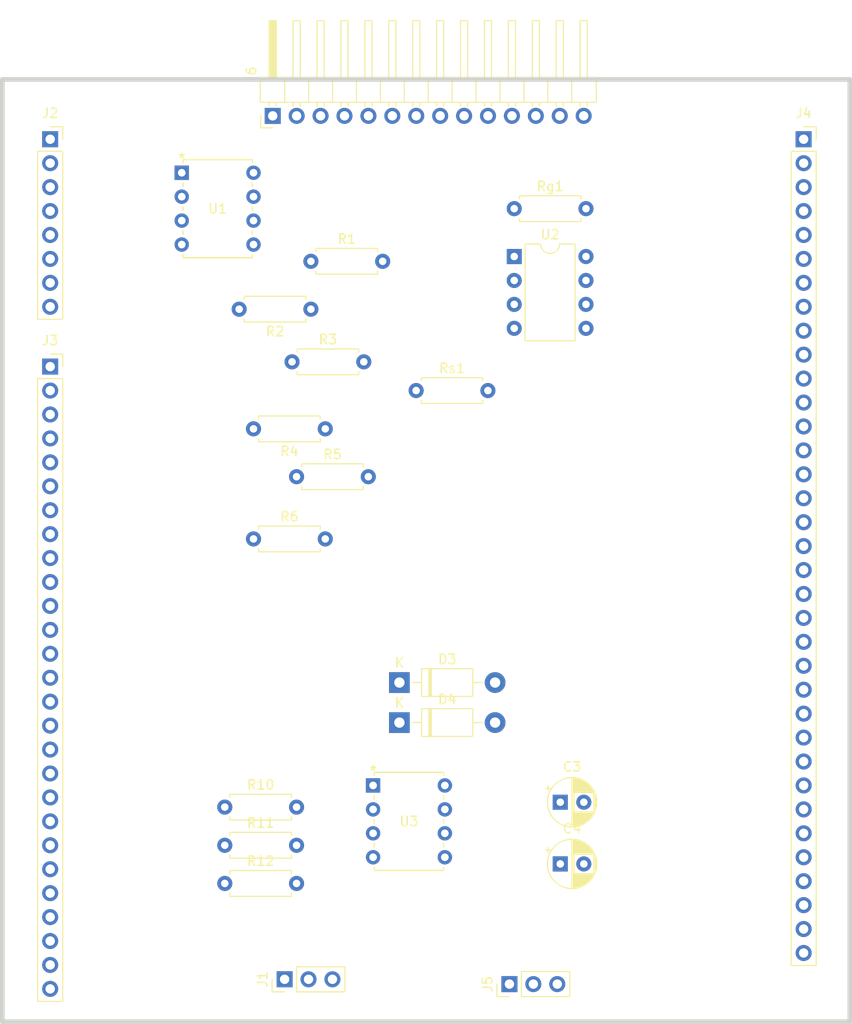
<source format=kicad_pcb>
(kicad_pcb (version 20221018) (generator pcbnew)
  (title_block (title "Barramento do EITduino") (date "2023-04-12") (rev "v01") (company "EITduino") (comment 1 "Autor: Gustavo Pinheiro") (comment 2 "Barramento proposto para uma placa 90x100 mm") (comment 3 "placa de face simples"))
  (layers (0 "F.Cu" signal) (31 "B.Cu" signal) (34 "B.Paste" user) (35 "F.Paste" user) (36 "B.SilkS" user "B.Silkscreen") (37 "F.SilkS" user "F.Silkscreen") (38 "B.Mask" user) (39 "F.Mask" user) (44 "Edge.Cuts" user))
  (net 0 "")
  (net 1 "VCC")
  (net 2 "VEE")
  (net 3 "+9V")
  (net 4 "-9V")
  (net 5 "+5V")
  (net 6 "-5V")
  (net 7 "+3.3V")
  (net 47 "Earth")
  (net 49 "I1")
  (net 50 "I2")
  (net 51 "Ampl1")
  (net 52 "Ampl2")
  (net 53 "Sin1")
  (net 54 "Sin2")
  (net 55 "SinA")
  (net 56 "SinB")
  (net 57 "SINC")
  (net 58 "SPI_COPI")
  (net 59 "SPI_CIPO")
  (net 60 "SPI_clk")
  (net 61 "CS (AD9833)")
  (net 62 "CS (X9c10x)")
  (net 63 "nó1")
  (net 64 "nó2")
  (net 65 "SCL3")
  (net 66 "SDA3")
  (net 67 "SCL2")
  (net 68 "SDA2")
  (net 69 "SCL1")
  (net 70 "SDA1")
  (net 71 "Net-(U1--IN2)")
  (net 72 "out_buffer")
  (net 73 "Net-(U1-OUT2)")
  (net 74 "Net-(U1-+IN2)")
  (net 75 "Net-(R3-Pad2)")
  (net 76 "out_corrente")
  (net 77 "Net-(Rg1-Pad1)")
  (net 78 "Net-(Rg1-Pad2)")
  (net 79 "switch_out_1")
  (net 80 "Net-(D3-K)")
  (net 81 "Net-(J1-Pin_2)")
  (net 83 "V_INA")
  (footprint "Connector_PinHeader_2.54mm:PinHeader_1x14_P2.54mm_Horizontal" (layer "F.Cu") (at 130.312 54.667 90)
    (fp_text reference "J6" (at 4.385 -2.27 90) (layer "F.SilkS"))
    (fp_text value "Pinos de verificação")
    (pad "1" thru_hole rect (at 0 0 90) (size 1.7 1.7) (drill 1) (layers "*.Cu" "*.Mask") (net 51 "Ampl1"))
    (pad "2" thru_hole oval (at 0 2.54 90) (size 1.7 1.7) (drill 1) (layers "*.Cu" "*.Mask") (net 64 "nó2"))
    (pad "3" thru_hole oval (at 0 5.08 90) (size 1.7 1.7) (drill 1) (layers "*.Cu" "*.Mask") (net 63 "nó1"))
    (pad "4" thru_hole oval (at 0 7.62 90) (size 1.7 1.7) (drill 1) (layers "*.Cu" "*.Mask") (net 49 "I1"))
    (pad "5" thru_hole oval (at 0 10.16 90) (size 1.7 1.7) (drill 1) (layers "*.Cu" "*.Mask") (net 83 "V_INA"))
    (pad "6" thru_hole oval (at 0 12.7 90) (size 1.7 1.7) (drill 1) (layers "*.Cu" "*.Mask") (net 76 "out_corrente"))
    (pad "7" thru_hole oval (at 0 15.24 90) (size 1.7 1.7) (drill 1) (layers "*.Cu" "*.Mask") (net 72 "out_buffer"))
    (pad "8" thru_hole oval (at 0 17.78 90) (size 1.7 1.7) (drill 1) (layers "*.Cu" "*.Mask") (net 55 "SinA"))
    (pad "9" thru_hole oval (at 0 20.32 90) (size 1.7 1.7) (drill 1) (layers "*.Cu" "*.Mask") (net 53 "Sin1"))
    (pad "10" thru_hole oval (at 0 22.86 90) (size 1.7 1.7) (drill 1) (layers "*.Cu" "*.Mask") (net 7 "+3.3V"))
    (pad "11" thru_hole oval (at 0 25.4 90) (size 1.7 1.7) (drill 1) (layers "*.Cu" "*.Mask") (net 5 "+5V"))
    (pad "12" thru_hole oval (at 0 27.94 90) (size 1.7 1.7) (drill 1) (layers "*.Cu" "*.Mask") (net 4 "-9V"))
    (pad "13" thru_hole oval (at 0 30.48 90) (size 1.7 1.7) (drill 1) (layers "*.Cu" "*.Mask") (net 3 "+9V"))
    (pad "14" thru_hole oval (at 0 33.02 90) (size 1.7 1.7) (drill 1) (layers "*.Cu" "*.Mask") (net 47 "Earth"))
  )
  (footprint "Connector_PinHeader_2.54mm:PinHeader_1x03_P2.54mm_Vertical" (layer "F.Cu") (at 131.572 146.304 90)
    (fp_text reference "J1" (at 0 -2.33 90) (layer "F.SilkS"))
    (fp_text value "Vref")
    (pad "1" thru_hole rect (at 0 0 90) (size 1.7 1.7) (drill 1) (layers "*.Cu" "*.Mask") (net 7 "+3.3V"))
    (pad "2" thru_hole oval (at 0 2.54 90) (size 1.7 1.7) (drill 1) (layers "*.Cu" "*.Mask") (net 81 "Net-(J1-Pin_2)"))
    (pad "3" thru_hole oval (at 0 5.08 90) (size 1.7 1.7) (drill 1) (layers "*.Cu" "*.Mask") (net 5 "+5V"))
  )
  (footprint "Resistor_THT:R_Axial_DIN0207_L6.3mm_D2.5mm_P7.62mm_Horizontal" (layer "F.Cu") (at 125.222 136.13)
    (fp_text reference "R12" (at 3.81 -2.37) (layer "F.SilkS"))
    (fp_text value "220")
    (pad "1" thru_hole circle (at 0 0) (size 1.6 1.6) (drill 0.8) (layers "*.Cu" "*.Mask") (net 64 "nó2"))
    (pad "2" thru_hole oval (at 7.62 0) (size 1.6 1.6) (drill 0.8) (layers "*.Cu" "*.Mask") (net 51 "Ampl1"))
  )
  (footprint "Resistor_THT:R_Axial_DIN0207_L6.3mm_D2.5mm_P7.62mm_Horizontal" (layer "F.Cu") (at 145.542 83.82)
    (fp_text reference "Rs1" (at 3.81 -2.37) (layer "F.SilkS"))
    (fp_text value "10")
    (pad "1" thru_hole circle (at 0 0) (size 1.6 1.6) (drill 0.8) (layers "*.Cu" "*.Mask") (net 76 "out_corrente"))
    (pad "2" thru_hole oval (at 7.62 0) (size 1.6 1.6) (drill 0.8) (layers "*.Cu" "*.Mask") (net 49 "I1"))
  )
  (footprint "Capacitor_THT:CP_Radial_D5.0mm_P2.50mm" (layer "F.Cu") (at 160.846888 134.058)
    (fp_text reference "C4" (at 1.25 -3.75) (layer "F.SilkS"))
    (fp_text value "470 pF")
    (pad "1" thru_hole rect (at 0 0) (size 1.6 1.6) (drill 0.8) (layers "*.Cu" "*.Mask") (net 51 "Ampl1"))
    (pad "2" thru_hole circle (at 2.5 0) (size 1.6 1.6) (drill 0.8) (layers "*.Cu" "*.Mask") (net 47 "Earth"))
  )
  (footprint "Package_DIP:DIP-8_W7.62mm" (layer "F.Cu") (at 155.956 69.596)
    (fp_text reference "U2" (at 3.81 -2.33) (layer "F.SilkS"))
    (fp_text value "INA128")
    (pad "1" thru_hole rect (at 0 0) (size 1.6 1.6) (drill 0.8) (layers "*.Cu" "*.Mask") (net 77 "Net-(Rg1-Pad1)"))
    (pad "2" thru_hole oval (at 0 2.54) (size 1.6 1.6) (drill 0.8) (layers "*.Cu" "*.Mask") (net 49 "I1"))
    (pad "3" thru_hole oval (at 0 5.08) (size 1.6 1.6) (drill 0.8) (layers "*.Cu" "*.Mask") (net 76 "out_corrente"))
    (pad "4" thru_hole oval (at 0 7.62) (size 1.6 1.6) (drill 0.8) (layers "*.Cu" "*.Mask") (net 4 "-9V"))
    (pad "5" thru_hole oval (at 7.62 7.62) (size 1.6 1.6) (drill 0.8) (layers "*.Cu" "*.Mask") (net 47 "Earth"))
    (pad "6" thru_hole oval (at 7.62 5.08) (size 1.6 1.6) (drill 0.8) (layers "*.Cu" "*.Mask") (net 83 "V_INA"))
    (pad "7" thru_hole oval (at 7.62 2.54) (size 1.6 1.6) (drill 0.8) (layers "*.Cu" "*.Mask") (net 3 "+9V"))
    (pad "8" thru_hole oval (at 7.62 0) (size 1.6 1.6) (drill 0.8) (layers "*.Cu" "*.Mask") (net 78 "Net-(Rg1-Pad2)"))
  )
  (footprint "Connector_PinSocket_2.54mm:PinSocket_1x35_P2.54mm_Vertical" (layer "F.Cu") (at 186.69 57.15)
    (fp_text reference "J4" (at 0 -2.77) (layer "F.SilkS"))
    (fp_text value "comunicacao / sinais digitais")
    (pad "1" thru_hole rect (at 0 0) (size 1.7 1.7) (drill 1) (layers "*.Cu" "*.Mask") (net 57 "SINC"))
    (pad "2" thru_hole oval (at 0 2.54) (size 1.7 1.7) (drill 1) (layers "*.Cu" "*.Mask") (net 58 "SPI_COPI"))
    (pad "3" thru_hole oval (at 0 5.08) (size 1.7 1.7) (drill 1) (layers "*.Cu" "*.Mask") (net 59 "SPI_CIPO"))
    (pad "4" thru_hole oval (at 0 7.62) (size 1.7 1.7) (drill 1) (layers "*.Cu" "*.Mask") (net 60 "SPI_clk"))
    (pad "5" thru_hole oval (at 0 10.16) (size 1.7 1.7) (drill 1) (layers "*.Cu" "*.Mask") (net 61 "CS (AD9833)"))
    (pad "6" thru_hole oval (at 0 12.7) (size 1.7 1.7) (drill 1) (layers "*.Cu" "*.Mask") (net 62 "CS (X9c10x)"))
    (pad "7" thru_hole oval (at 0 15.24) (size 1.7 1.7) (drill 1) (layers "*.Cu" "*.Mask"))
    (pad "8" thru_hole oval (at 0 17.78) (size 1.7 1.7) (drill 1) (layers "*.Cu" "*.Mask"))
    (pad "9" thru_hole oval (at 0 20.32) (size 1.7 1.7) (drill 1) (layers "*.Cu" "*.Mask"))
    (pad "10" thru_hole oval (at 0 22.86) (size 1.7 1.7) (drill 1) (layers "*.Cu" "*.Mask"))
    (pad "11" thru_hole oval (at 0 25.4) (size 1.7 1.7) (drill 1) (layers "*.Cu" "*.Mask"))
    (pad "12" thru_hole oval (at 0 27.94) (size 1.7 1.7) (drill 1) (layers "*.Cu" "*.Mask"))
    (pad "13" thru_hole oval (at 0 30.48) (size 1.7 1.7) (drill 1) (layers "*.Cu" "*.Mask"))
    (pad "14" thru_hole oval (at 0 33.02) (size 1.7 1.7) (drill 1) (layers "*.Cu" "*.Mask"))
    (pad "15" thru_hole oval (at 0 35.56) (size 1.7 1.7) (drill 1) (layers "*.Cu" "*.Mask"))
    (pad "16" thru_hole oval (at 0 38.1) (size 1.7 1.7) (drill 1) (layers "*.Cu" "*.Mask"))
    (pad "17" thru_hole oval (at 0 40.64) (size 1.7 1.7) (drill 1) (layers "*.Cu" "*.Mask"))
    (pad "18" thru_hole oval (at 0 43.18) (size 1.7 1.7) (drill 1) (layers "*.Cu" "*.Mask"))
    (pad "19" thru_hole oval (at 0 45.72) (size 1.7 1.7) (drill 1) (layers "*.Cu" "*.Mask"))
    (pad "20" thru_hole oval (at 0 48.26) (size 1.7 1.7) (drill 1) (layers "*.Cu" "*.Mask"))
    (pad "21" thru_hole oval (at 0 50.8) (size 1.7 1.7) (drill 1) (layers "*.Cu" "*.Mask"))
    (pad "22" thru_hole oval (at 0 53.34) (size 1.7 1.7) (drill 1) (layers "*.Cu" "*.Mask"))
    (pad "23" thru_hole oval (at 0 55.88) (size 1.7 1.7) (drill 1) (layers "*.Cu" "*.Mask"))
    (pad "24" thru_hole oval (at 0 58.42) (size 1.7 1.7) (drill 1) (layers "*.Cu" "*.Mask"))
    (pad "25" thru_hole oval (at 0 60.96) (size 1.7 1.7) (drill 1) (layers "*.Cu" "*.Mask"))
    (pad "26" thru_hole oval (at 0 63.5) (size 1.7 1.7) (drill 1) (layers "*.Cu" "*.Mask"))
    (pad "27" thru_hole oval (at 0 66.04) (size 1.7 1.7) (drill 1) (layers "*.Cu" "*.Mask"))
    (pad "28" thru_hole oval (at 0 68.58) (size 1.7 1.7) (drill 1) (layers "*.Cu" "*.Mask"))
    (pad "29" thru_hole oval (at 0 71.12) (size 1.7 1.7) (drill 1) (layers "*.Cu" "*.Mask"))
    (pad "30" thru_hole oval (at 0 73.66) (size 1.7 1.7) (drill 1) (layers "*.Cu" "*.Mask") (net 65 "SCL3"))
    (pad "31" thru_hole oval (at 0 76.2) (size 1.7 1.7) (drill 1) (layers "*.Cu" "*.Mask") (net 66 "SDA3"))
    (pad "32" thru_hole oval (at 0 78.74) (size 1.7 1.7) (drill 1) (layers "*.Cu" "*.Mask") (net 67 "SCL2"))
    (pad "33" thru_hole oval (at 0 81.28) (size 1.7 1.7) (drill 1) (layers "*.Cu" "*.Mask") (net 68 "SDA2"))
    (pad "34" thru_hole oval (at 0 83.82) (size 1.7 1.7) (drill 1) (layers "*.Cu" "*.Mask") (net 69 "SCL1"))
    (pad "35" thru_hole oval (at 0 86.36) (size 1.7 1.7) (drill 1) (layers "*.Cu" "*.Mask") (net 70 "SDA1"))
  )
  (footprint "AD828AN:N_8_ADI" (layer "F.Cu") (at 140.97 125.73)
    (fp_text reference "U3" (at 3.81 3.81 unlocked) (layer "F.SilkS"))
    (fp_text value "AD828AN")
    (fp_text user "*" (at 0 -1.524) (layer "F.SilkS"))
    (fp_text user "*" (at 0 -1.524 unlocked) (layer "F.SilkS"))
    (pad "1" thru_hole rect (at 0 0) (size 1.524 1.524) (drill 0.8128) (layers "*.Cu" "*.Mask"))
    (pad "2" thru_hole circle (at 0 2.54) (size 1.524 1.524) (drill 0.8128) (layers "*.Cu" "*.Mask"))
    (pad "3" thru_hole circle (at 0 5.08) (size 1.524 1.524) (drill 0.8128) (layers "*.Cu" "*.Mask"))
    (pad "4" thru_hole circle (at 0 7.62) (size 1.524 1.524) (drill 0.8128) (layers "*.Cu" "*.Mask") (net 4 "-9V"))
    (pad "5" thru_hole circle (at 7.62 7.62) (size 1.524 1.524) (drill 0.8128) (layers "*.Cu" "*.Mask") (net 83 "V_INA"))
    (pad "6" thru_hole circle (at 7.62 5.08) (size 1.524 1.524) (drill 0.8128) (layers "*.Cu" "*.Mask") (net 63 "nó1"))
    (pad "7" thru_hole circle (at 7.62 2.54) (size 1.524 1.524) (drill 0.8128) (layers "*.Cu" "*.Mask") (net 63 "nó1"))
    (pad "8" thru_hole circle (at 7.62 0) (size 1.524 1.524) (drill 0.8128) (layers "*.Cu" "*.Mask") (net 3 "+9V"))
  )
  (footprint "Resistor_THT:R_Axial_DIN0207_L6.3mm_D2.5mm_P7.62mm_Horizontal" (layer "F.Cu") (at 125.222 128.03)
    (fp_text reference "R10" (at 3.81 -2.37) (layer "F.SilkS"))
    (fp_text value "100k")
    (pad "1" thru_hole circle (at 0 0) (size 1.6 1.6) (drill 0.8) (layers "*.Cu" "*.Mask") (net 81 "Net-(J1-Pin_2)"))
    (pad "2" thru_hole oval (at 7.62 0) (size 1.6 1.6) (drill 0.8) (layers "*.Cu" "*.Mask") (net 64 "nó2"))
  )
  (footprint "Resistor_THT:R_Axial_DIN0207_L6.3mm_D2.5mm_P7.62mm_Horizontal" (layer "F.Cu") (at 134.366 70.104)
    (fp_text reference "R1" (at 3.81 -2.37) (layer "F.SilkS"))
    (fp_text value "100k")
    (pad "1" thru_hole circle (at 0 0) (size 1.6 1.6) (drill 0.8) (layers "*.Cu" "*.Mask") (net 71 "Net-(U1--IN2)"))
    (pad "2" thru_hole oval (at 7.62 0) (size 1.6 1.6) (drill 0.8) (layers "*.Cu" "*.Mask") (net 72 "out_buffer"))
  )
  (footprint "Connector_PinSocket_2.54mm:PinSocket_1x08_P2.54mm_Vertical" (layer "F.Cu") (at 106.68 57.15)
    (fp_text reference "J2" (at 0 -2.77) (layer "F.SilkS"))
    (fp_text value "tensoes")
    (pad "1" thru_hole rect (at 0 0) (size 1.7 1.7) (drill 1) (layers "*.Cu" "*.Mask") (net 47 "Earth"))
    (pad "2" thru_hole oval (at 0 2.54) (size 1.7 1.7) (drill 1) (layers "*.Cu" "*.Mask") (net 1 "VCC"))
    (pad "3" thru_hole oval (at 0 5.08) (size 1.7 1.7) (drill 1) (layers "*.Cu" "*.Mask") (net 2 "VEE"))
    (pad "4" thru_hole oval (at 0 7.62) (size 1.7 1.7) (drill 1) (layers "*.Cu" "*.Mask") (net 3 "+9V"))
    (pad "5" thru_hole oval (at 0 10.16) (size 1.7 1.7) (drill 1) (layers "*.Cu" "*.Mask") (net 4 "-9V"))
    (pad "6" thru_hole oval (at 0 12.7) (size 1.7 1.7) (drill 1) (layers "*.Cu" "*.Mask") (net 5 "+5V"))
    (pad "7" thru_hole oval (at 0 15.24) (size 1.7 1.7) (drill 1) (layers "*.Cu" "*.Mask") (net 6 "-5V"))
    (pad "8" thru_hole oval (at 0 17.78) (size 1.7 1.7) (drill 1) (layers "*.Cu" "*.Mask") (net 7 "+3.3V"))
  )
  (footprint "Connector_PinSocket_2.54mm:PinSocket_1x27_P2.54mm_Vertical" (layer "F.Cu") (at 106.68 81.28)
    (fp_text reference "J3" (at 0 -2.77) (layer "F.SilkS"))
    (fp_text value "sinais analogicos")
    (pad "1" thru_hole rect (at 0 0) (size 1.7 1.7) (drill 1) (layers "*.Cu" "*.Mask"))
    (pad "2" thru_hole oval (at 0 2.54) (size 1.7 1.7) (drill 1) (layers "*.Cu" "*.Mask"))
    (pad "3" thru_hole oval (at 0 5.08) (size 1.7 1.7) (drill 1) (layers "*.Cu" "*.Mask"))
    (pad "4" thru_hole oval (at 0 7.62) (size 1.7 1.7) (drill 1) (layers "*.Cu" "*.Mask"))
    (pad "5" thru_hole oval (at 0 10.16) (size 1.7 1.7) (drill 1) (layers "*.Cu" "*.Mask"))
    (pad "6" thru_hole oval (at 0 12.7) (size 1.7 1.7) (drill 1) (layers "*.Cu" "*.Mask"))
    (pad "7" thru_hole oval (at 0 15.24) (size 1.7 1.7) (drill 1) (layers "*.Cu" "*.Mask"))
    (pad "8" thru_hole oval (at 0 17.78) (size 1.7 1.7) (drill 1) (layers "*.Cu" "*.Mask"))
    (pad "9" thru_hole oval (at 0 20.32) (size 1.7 1.7) (drill 1) (layers "*.Cu" "*.Mask"))
    (pad "10" thru_hole oval (at 0 22.86) (size 1.7 1.7) (drill 1) (layers "*.Cu" "*.Mask"))
    (pad "11" thru_hole oval (at 0 25.4) (size 1.7 1.7) (drill 1) (layers "*.Cu" "*.Mask"))
    (pad "12" thru_hole oval (at 0 27.94) (size 1.7 1.7) (drill 1) (layers "*.Cu" "*.Mask"))
    (pad "13" thru_hole oval (at 0 30.48) (size 1.7 1.7) (drill 1) (layers "*.Cu" "*.Mask"))
    (pad "14" thru_hole oval (at 0 33.02) (size 1.7 1.7) (drill 1) (layers "*.Cu" "*.Mask"))
    (pad "15" thru_hole oval (at 0 35.56) (size 1.7 1.7) (drill 1) (layers "*.Cu" "*.Mask"))
    (pad "16" thru_hole oval (at 0 38.1) (size 1.7 1.7) (drill 1) (layers "*.Cu" "*.Mask"))
    (pad "17" thru_hole oval (at 0 40.64) (size 1.7 1.7) (drill 1) (layers "*.Cu" "*.Mask"))
    (pad "18" thru_hole oval (at 0 43.18) (size 1.7 1.7) (drill 1) (layers "*.Cu" "*.Mask"))
    (pad "19" thru_hole oval (at 0 45.72) (size 1.7 1.7) (drill 1) (layers "*.Cu" "*.Mask"))
    (pad "20" thru_hole oval (at 0 48.26) (size 1.7 1.7) (drill 1) (layers "*.Cu" "*.Mask") (net 49 "I1"))
    (pad "21" thru_hole oval (at 0 50.8) (size 1.7 1.7) (drill 1) (layers "*.Cu" "*.Mask") (net 50 "I2"))
    (pad "22" thru_hole oval (at 0 53.34) (size 1.7 1.7) (drill 1) (layers "*.Cu" "*.Mask") (net 51 "Ampl1"))
    (pad "23" thru_hole oval (at 0 55.88) (size 1.7 1.7) (drill 1) (layers "*.Cu" "*.Mask") (net 52 "Ampl2"))
    (pad "24" thru_hole oval (at 0 58.42) (size 1.7 1.7) (drill 1) (layers "*.Cu" "*.Mask") (net 53 "Sin1"))
    (pad "25" thru_hole oval (at 0 60.96) (size 1.7 1.7) (drill 1) (layers "*.Cu" "*.Mask") (net 54 "Sin2"))
    (pad "26" thru_hole oval (at 0 63.5) (size 1.7 1.7) (drill 1) (layers "*.Cu" "*.Mask") (net 55 "SinA"))
    (pad "27" thru_hole oval (at 0 66.04) (size 1.7 1.7) (drill 1) (layers "*.Cu" "*.Mask") (net 56 "SinB"))
  )
  (footprint "Resistor_THT:R_Axial_DIN0207_L6.3mm_D2.5mm_P7.62mm_Horizontal" (layer "F.Cu") (at 155.956 64.516)
    (fp_text reference "Rg1" (at 3.81 -2.37) (layer "F.SilkS"))
    (fp_text value "3,3k")
    (pad "1" thru_hole circle (at 0 0) (size 1.6 1.6) (drill 0.8) (layers "*.Cu" "*.Mask") (net 77 "Net-(Rg1-Pad1)"))
    (pad "2" thru_hole oval (at 7.62 0) (size 1.6 1.6) (drill 0.8) (layers "*.Cu" "*.Mask") (net 78 "Net-(Rg1-Pad2)"))
  )
  (footprint "Capacitor_THT:CP_Radial_D5.0mm_P2.50mm" (layer "F.Cu") (at 160.846888 127.508)
    (fp_text reference "C3" (at 1.25 -3.75) (layer "F.SilkS"))
    (fp_text value "1 uF")
    (pad "1" thru_hole rect (at 0 0) (size 1.6 1.6) (drill 0.8) (layers "*.Cu" "*.Mask") (net 63 "nó1"))
    (pad "2" thru_hole circle (at 2.5 0) (size 1.6 1.6) (drill 0.8) (layers "*.Cu" "*.Mask") (net 64 "nó2"))
  )
  (footprint "Connector_PinHeader_2.54mm:PinHeader_1x03_P2.54mm_Vertical" (layer "F.Cu") (at 155.448 146.812 90)
    (fp_text reference "J5" (at 0 -2.33 90) (layer "F.SilkS"))
    (fp_text value "Vref")
    (pad "1" thru_hole rect (at 0 0 90) (size 1.7 1.7) (drill 1) (layers "*.Cu" "*.Mask") (net 7 "+3.3V"))
    (pad "2" thru_hole oval (at 0 2.54 90) (size 1.7 1.7) (drill 1) (layers "*.Cu" "*.Mask") (net 80 "Net-(D3-K)"))
    (pad "3" thru_hole oval (at 0 5.08 90) (size 1.7 1.7) (drill 1) (layers "*.Cu" "*.Mask") (net 5 "+5V"))
  )
  (footprint "Diode_THT:D_DO-41_SOD81_P10.16mm_Horizontal" (layer "F.Cu") (at 143.764 119.058)
    (fp_text reference "D4" (at 5.08 -2.47) (layer "F.SilkS"))
    (fp_text value "1N5819")
    (fp_text user "K" (at 0 -2.1) (layer "F.SilkS"))
    (pad "1" thru_hole rect (at 0 0) (size 2.2 2.2) (drill 1.1) (layers "*.Cu" "*.Mask") (net 51 "Ampl1"))
    (pad "2" thru_hole oval (at 10.16 0) (size 2.2 2.2) (drill 1.1) (layers "*.Cu" "*.Mask") (net 47 "Earth"))
  )
  (footprint "Resistor_THT:R_Axial_DIN0207_L6.3mm_D2.5mm_P7.62mm_Horizontal" (layer "F.Cu") (at 135.89 87.884 180)
    (fp_text reference "R4" (at 3.81 -2.37) (layer "F.SilkS"))
    (fp_text value "1k")
    (pad "1" thru_hole circle (at 0 0 180) (size 1.6 1.6) (drill 0.8) (layers "*.Cu" "*.Mask") (net 75 "Net-(R3-Pad2)"))
    (pad "2" thru_hole oval (at 7.62 0 180) (size 1.6 1.6) (drill 0.8) (layers "*.Cu" "*.Mask") (net 47 "Earth"))
  )
  (footprint "Resistor_THT:R_Axial_DIN0207_L6.3mm_D2.5mm_P7.62mm_Horizontal" (layer "F.Cu") (at 128.27 99.568)
    (fp_text reference "R6" (at 3.81 -2.37) (layer "F.SilkS"))
    (fp_text value "1k")
    (pad "1" thru_hole circle (at 0 0) (size 1.6 1.6) (drill 0.8) (layers "*.Cu" "*.Mask") (net 73 "Net-(U1-OUT2)"))
    (pad "2" thru_hole oval (at 7.62 0) (size 1.6 1.6) (drill 0.8) (layers "*.Cu" "*.Mask") (net 76 "out_corrente"))
  )
  (footprint "Resistor_THT:R_Axial_DIN0207_L6.3mm_D2.5mm_P7.62mm_Horizontal" (layer "F.Cu") (at 134.366 75.184 180)
    (fp_text reference "R2" (at 3.81 -2.37) (layer "F.SilkS"))
    (fp_text value "100k")
    (pad "1" thru_hole circle (at 0 0 180) (size 1.6 1.6) (drill 0.8) (layers "*.Cu" "*.Mask") (net 71 "Net-(U1--IN2)"))
    (pad "2" thru_hole oval (at 7.62 0 180) (size 1.6 1.6) (drill 0.8) (layers "*.Cu" "*.Mask") (net 73 "Net-(U1-OUT2)"))
  )
  (footprint "Diode_THT:D_DO-41_SOD81_P10.16mm_Horizontal" (layer "F.Cu") (at 143.764 114.808)
    (fp_text reference "D3" (at 5.08 -2.47) (layer "F.SilkS"))
    (fp_text value "1N5819")
    (fp_text user "K" (at 0 -2.1) (layer "F.SilkS"))
    (pad "1" thru_hole rect (at 0 0) (size 2.2 2.2) (drill 1.1) (layers "*.Cu" "*.Mask") (net 80 "Net-(D3-K)"))
    (pad "2" thru_hole oval (at 10.16 0) (size 2.2 2.2) (drill 1.1) (layers "*.Cu" "*.Mask") (net 51 "Ampl1"))
  )
  (footprint "Resistor_THT:R_Axial_DIN0207_L6.3mm_D2.5mm_P7.62mm_Horizontal" (layer "F.Cu") (at 125.222 132.08)
    (fp_text reference "R11" (at 3.81 -2.37) (layer "F.SilkS"))
    (fp_text value "100k")
    (pad "1" thru_hole circle (at 0 0) (size 1.6 1.6) (drill 0.8) (layers "*.Cu" "*.Mask") (net 64 "nó2"))
    (pad "2" thru_hole oval (at 7.62 0) (size 1.6 1.6) (drill 0.8) (layers "*.Cu" "*.Mask") (net 47 "Earth"))
  )
  (footprint "Resistor_THT:R_Axial_DIN0207_L6.3mm_D2.5mm_P7.62mm_Horizontal" (layer "F.Cu") (at 132.362225 80.772)
    (fp_text reference "R3" (at 3.81 -2.37) (layer "F.SilkS"))
    (fp_text value "100k")
    (pad "1" thru_hole circle (at 0 0) (size 1.6 1.6) (drill 0.8) (layers "*.Cu" "*.Mask") (net 74 "Net-(U1-+IN2)"))
    (pad "2" thru_hole oval (at 7.62 0) (size 1.6 1.6) (drill 0.8) (layers "*.Cu" "*.Mask") (net 75 "Net-(R3-Pad2)"))
  )
  (footprint "AD828AN:N_8_ADI" (layer "F.Cu") (at 120.65 60.706)
    (fp_text reference "U1" (at 3.81 3.81 unlocked) (layer "F.SilkS"))
    (fp_text value "AD828AN")
    (fp_text user "*" (at 0 -1.524) (layer "F.SilkS"))
    (fp_text user "*" (at 0 -1.524 unlocked) (layer "F.SilkS"))
    (pad "1" thru_hole rect (at 0 0) (size 1.524 1.524) (drill 0.8128) (layers "*.Cu" "*.Mask") (net 72 "out_buffer"))
    (pad "2" thru_hole circle (at 0 2.54) (size 1.524 1.524) (drill 0.8128) (layers "*.Cu" "*.Mask") (net 72 "out_buffer"))
    (pad "3" thru_hole circle (at 0 5.08) (size 1.524 1.524) (drill 0.8128) (layers "*.Cu" "*.Mask") (net 79 "switch_out_1"))
    (pad "4" thru_hole circle (at 0 7.62) (size 1.524 1.524) (drill 0.8128) (layers "*.Cu" "*.Mask") (net 4 "-9V"))
    (pad "5" thru_hole circle (at 7.62 7.62) (size 1.524 1.524) (drill 0.8128) (layers "*.Cu" "*.Mask") (net 74 "Net-(U1-+IN2)"))
    (pad "6" thru_hole circle (at 7.62 5.08) (size 1.524 1.524) (drill 0.8128) (layers "*.Cu" "*.Mask") (net 71 "Net-(U1--IN2)"))
    (pad "7" thru_hole circle (at 7.62 2.54) (size 1.524 1.524) (drill 0.8128) (layers "*.Cu" "*.Mask") (net 73 "Net-(U1-OUT2)"))
    (pad "8" thru_hole circle (at 7.62 0) (size 1.524 1.524) (drill 0.8128) (layers "*.Cu" "*.Mask") (net 3 "+9V"))
  )
  (footprint "Resistor_THT:R_Axial_DIN0207_L6.3mm_D2.5mm_P7.62mm_Horizontal" (layer "F.Cu") (at 132.842 92.964)
    (fp_text reference "R5" (at 3.81 -2.37) (layer "F.SilkS"))
    (fp_text value "100k")
    (pad "1" thru_hole circle (at 0 0) (size 1.6 1.6) (drill 0.8) (layers "*.Cu" "*.Mask") (net 74 "Net-(U1-+IN2)"))
    (pad "2" thru_hole oval (at 7.62 0) (size 1.6 1.6) (drill 0.8) (layers "*.Cu" "*.Mask") (net 76 "out_corrente"))
  )
  (gr_line (start 191.6 50.8) (end 101.6 50.8) (stroke (width 0.5)) (layer "Edge.Cuts"))
  (gr_line (start 191.6 150.8) (end 191.6 50.8) (stroke (width 0.5)) (layer "Edge.Cuts"))
  (gr_line (start 191.59982 150.7998) (end 101.6 150.7998) (stroke (width 0.5)) (layer "Edge.Cuts"))
  (gr_line (start 101.6 50.8) (end 101.6 150.7998) (stroke (width 0.5)) (layer "Edge.Cuts"))
)
</source>
